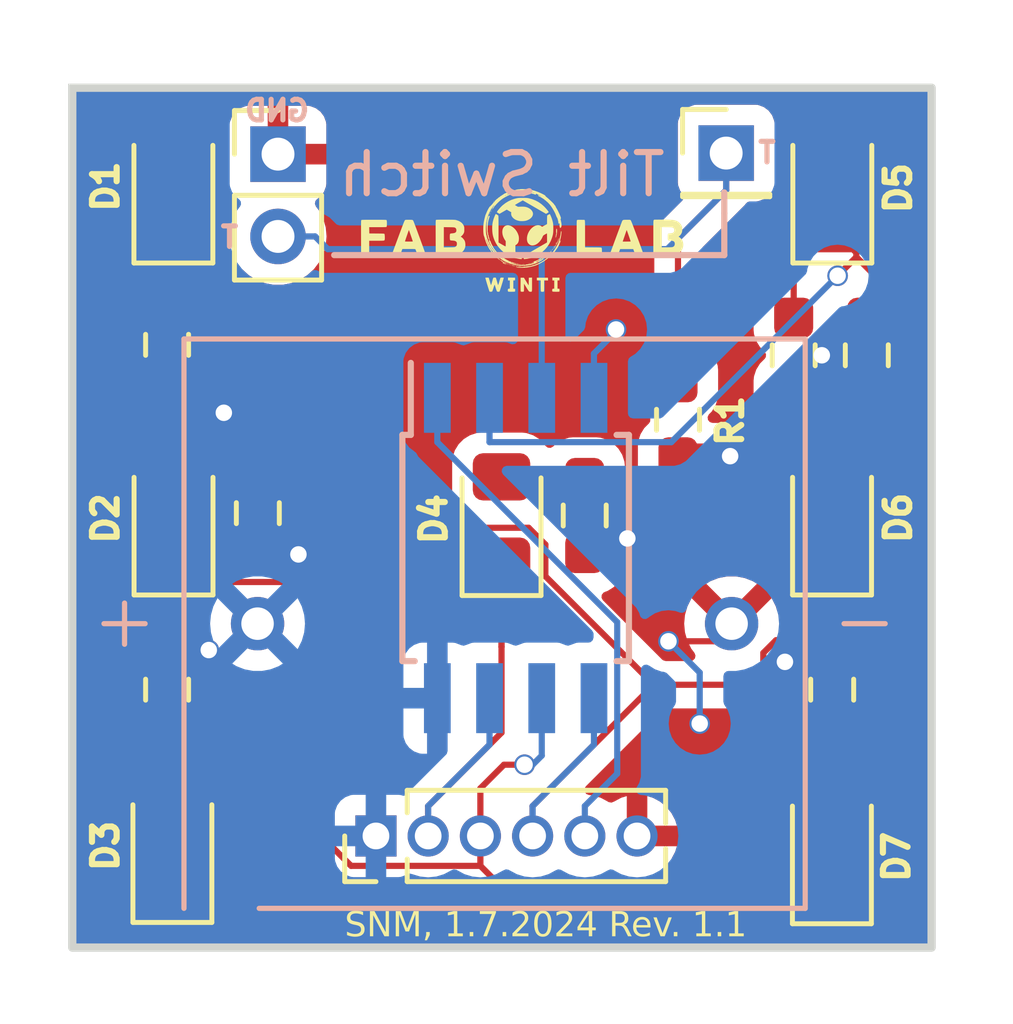
<source format=kicad_pcb>
(kicad_pcb (version 20240108) (generator "pcbnew") (generator_version "8.0")
  (title_block (title "Elektronischer Würfel ") (date "2024-07-01") (rev "SNM V1.1") (company "FabLab Winti") (comment 1 "Based on work of ZHAW School of Engineering"))
  (layers (0 "F.Cu" signal) (31 "B.Cu" signal) (34 "B.Paste" user) (35 "F.Paste" user) (36 "B.SilkS" user "B.Silkscreen") (37 "F.SilkS" user "F.Silkscreen") (38 "B.Mask" user) (39 "F.Mask" user) (44 "Edge.Cuts" user))
  (net 0 "")
  (net 1 "GND")
  (net 2 "VCC")
  (net 3 "/Tilt")
  (net 4 "/Reset")
  (net 5 "/B")
  (net 6 "/C")
  (net 7 "/A")
  (net 8 "/D")
  (net 9 "Net-(D1-A)")
  (net 10 "Net-(D2-A)")
  (net 11 "Net-(D3-A)")
  (net 12 "Net-(D4-A)")
  (net 13 "Net-(D5-A)")
  (net 14 "Net-(D6-A)")
  (net 15 "Net-(D7-A)")
  (footprint "Connector_PinHeader_2.00mm:PinHeader_1x02_P2.00mm_Vertical" (layer "F.Cu") (at 165.0038 61.659)
    (property "Reference" "J1" (hide yes))
    (property "Value" "Conn_01x02_Socket" (hide yes))
    (pad "1" thru_hole rect (at 0 0) (size 1.35 1.35) (drill 0.8) (layers "*.Cu" "*.Mask") (net 1 "GND"))
    (pad "2" thru_hole oval (at 0 2) (size 1.35 1.35) (drill 0.8) (layers "*.Cu" "*.Mask") (net 3 "/Tilt"))
  )
  (footprint "Resistor_SMD:R_0603_1608Metric_Pad0.98x0.95mm_HandSolder" (layer "F.Cu") (at 177.546 66.548 90)
    (property "Reference" "R6" (hide yes))
    (property "Value" "560R" (hide yes))
    (pad "1" smd roundrect (at -0.9125 0 90) (size 0.975 0.95) (layers "F.Cu" "F.Paste" "F.Mask") (net 2 "VCC"))
    (pad "2" smd roundrect (at 0.9125 0 90) (size 0.975 0.95) (layers "F.Cu" "F.Paste" "F.Mask") (net 13 "Net-(D5-A)"))
  )
  (footprint "LED_SMD:LED_0805_2012Metric_Pad1.15x1.40mm_HandSolder" (layer "F.Cu") (at 162.4624 70.5144 90)
    (property "Reference" "D2" (at 0 -1.653342 90) (layer "F.SilkS") (effects (font (size 0.6 0.6))))
    (property "Value" "LED" (hide yes))
    (pad "1" smd roundrect (at -1.025 0 90) (size 1.15 1.4) (layers "F.Cu" "F.Paste" "F.Mask") (roundrect_rratio 0.217391) (net 6 "/C"))
    (pad "2" smd roundrect (at 1.025 0 90) (size 1.15 1.4) (layers "F.Cu" "F.Paste" "F.Mask") (roundrect_rratio 0.217391) (net 10 "Net-(D2-A)"))
  )
  (footprint "Connector_PinHeader_2.00mm:PinHeader_1x01_P2.00mm_Vertical" (layer "F.Cu") (at 175.9037 61.6332)
    (property "Reference" "J2" (hide yes))
    (property "Value" "Conn_01x01_Socket" (hide yes))
    (pad "1" thru_hole rect (at 0 0) (size 1.35 1.35) (drill 0.8) (layers "*.Cu" "*.Mask") (net 3 "/Tilt"))
  )
  (footprint "LED_SMD:LED_0805_2012Metric_Pad1.15x1.40mm_HandSolder" (layer "F.Cu") (at 178.4788 70.5144 90)
    (property "Reference" "D6" (at 0.012518 1.607187 90) (layer "F.SilkS") (effects (font (size 0.6 0.6))))
    (property "Value" "LED" (hide yes))
    (pad "1" smd roundrect (at -1.025 0 90) (size 1.15 1.4) (layers "F.Cu" "F.Paste" "F.Mask") (roundrect_rratio 0.217391) (net 6 "/C"))
    (pad "2" smd roundrect (at 1.025 0 90) (size 1.15 1.4) (layers "F.Cu" "F.Paste" "F.Mask") (roundrect_rratio 0.217391) (net 14 "Net-(D6-A)"))
  )
  (footprint "LED_SMD:LED_0805_2012Metric_Pad1.15x1.40mm_HandSolder" (layer "F.Cu") (at 162.4347 78.4738 90)
    (property "Reference" "D3" (at 0 -1.625608 90) (layer "F.SilkS") (effects (font (size 0.6 0.6))))
    (property "Value" "LED" (hide yes))
    (pad "1" smd roundrect (at -1.025 0 90) (size 1.15 1.4) (layers "F.Cu" "F.Paste" "F.Mask") (roundrect_rratio 0.217391) (net 5 "/B"))
    (pad "2" smd roundrect (at 1.025 0 90) (size 1.15 1.4) (layers "F.Cu" "F.Paste" "F.Mask") (roundrect_rratio 0.217391) (net 11 "Net-(D3-A)"))
  )
  (footprint "LOGO" (layer "F.Cu") (at 170.942 63.754)
    (property "Reference" "G***" (hide yes))
    (property "Value" "LOGO" (hide yes))
  )
  (footprint "LED_SMD:LED_0805_2012Metric_Pad1.15x1.40mm_HandSolder" (layer "F.Cu") (at 178.4754 78.5057 90)
    (property "Reference" "D7" (at -0.233 1.570582 90) (layer "F.SilkS") (effects (font (size 0.6 0.6))))
    (property "Value" "LED" (hide yes))
    (pad "1" smd roundrect (at -1.025 0 90) (size 1.15 1.4) (layers "F.Cu" "F.Paste" "F.Mask") (roundrect_rratio 0.217391) (net 7 "/A"))
    (pad "2" smd roundrect (at 1.025 0 90) (size 1.15 1.4) (layers "F.Cu" "F.Paste" "F.Mask") (roundrect_rratio 0.217391) (net 15 "Net-(D7-A)"))
  )
  (footprint "Resistor_SMD:R_0603_1608Metric_Pad0.98x0.95mm_HandSolder" (layer "F.Cu") (at 162.306 74.676 -90)
    (property "Reference" "R4" (hide yes))
    (property "Value" "560R" (hide yes))
    (pad "1" smd roundrect (at -0.9125 0 270) (size 0.975 0.95) (layers "F.Cu" "F.Paste" "F.Mask") (net 2 "VCC"))
    (pad "2" smd roundrect (at 0.9125 0 270) (size 0.975 0.95) (layers "F.Cu" "F.Paste" "F.Mask") (net 11 "Net-(D3-A)"))
  )
  (footprint "Resistor_SMD:R_0603_1608Metric_Pad0.98x0.95mm_HandSolder" (layer "F.Cu") (at 179.324 66.548 -90)
    (property "Reference" "R7" (hide yes))
    (property "Value" "560R" (hide yes))
    (pad "1" smd roundrect (at -0.9125 0 270) (size 0.975 0.95) (layers "F.Cu" "F.Paste" "F.Mask") (net 2 "VCC"))
    (pad "2" smd roundrect (at 0.9125 0 270) (size 0.975 0.95) (layers "F.Cu" "F.Paste" "F.Mask") (net 14 "Net-(D6-A)"))
  )
  (footprint "Resistor_SMD:R_0603_1608Metric_Pad0.98x0.95mm_HandSolder" (layer "F.Cu") (at 174.7324 68.1164 90)
    (property "Reference" "R1" (at -0.024629 1.267482 90) (layer "F.SilkS") (effects (font (size 0.6 0.6))))
    (property "Value" "680k" (hide yes))
    (pad "1" smd roundrect (at -0.9125 0 90) (size 0.975 0.95) (layers "F.Cu" "F.Paste" "F.Mask") (net 2 "VCC"))
    (pad "2" smd roundrect (at 0.9125 0 90) (size 0.975 0.95) (layers "F.Cu" "F.Paste" "F.Mask") (net 3 "/Tilt"))
  )
  (footprint "Resistor_SMD:R_0603_1608Metric_Pad0.98x0.95mm_HandSolder" (layer "F.Cu") (at 162.306 66.294 90)
    (property "Reference" "R2" (hide yes))
    (property "Value" "560R" (hide yes))
    (pad "1" smd roundrect (at -0.9125 0 90) (size 0.975 0.95) (layers "F.Cu" "F.Paste" "F.Mask") (net 2 "VCC"))
    (pad "2" smd roundrect (at 0.9125 0 90) (size 0.975 0.95) (layers "F.Cu" "F.Paste" "F.Mask") (net 9 "Net-(D1-A)"))
  )
  (footprint "Resistor_SMD:R_0603_1608Metric_Pad0.98x0.95mm_HandSolder" (layer "F.Cu") (at 164.513 70.3854 90)
    (property "Reference" "R3" (hide yes))
    (property "Value" "560R" (hide yes))
    (pad "1" smd roundrect (at -0.9125 0 90) (size 0.975 0.95) (layers "F.Cu" "F.Paste" "F.Mask") (net 2 "VCC"))
    (pad "2" smd roundrect (at 0.9125 0 90) (size 0.975 0.95) (layers "F.Cu" "F.Paste" "F.Mask") (net 10 "Net-(D2-A)"))
  )
  (footprint "LED_SMD:LED_0805_2012Metric_Pad1.15x1.40mm_HandSolder" (layer "F.Cu") (at 178.4855 62.4452 90)
    (property "Reference" "D5" (at -0.038824 1.600529 90) (layer "F.SilkS") (effects (font (size 0.6 0.6))))
    (property "Value" "LED" (hide yes))
    (pad "1" smd roundrect (at -1.025 0 90) (size 1.15 1.4) (layers "F.Cu" "F.Paste" "F.Mask") (roundrect_rratio 0.217391) (net 5 "/B"))
    (pad "2" smd roundrect (at 1.025 0 90) (size 1.15 1.4) (layers "F.Cu" "F.Paste" "F.Mask") (roundrect_rratio 0.217391) (net 13 "Net-(D5-A)"))
  )
  (footprint "Connector_PinHeader_1.27mm:PinHeader_1x06_P1.27mm_Vertical" (layer "F.Cu") (at 167.386 78.232 90)
    (property "Reference" "J3" (hide yes))
    (property "Value" "Conn_01x06_Socket" (hide yes))
    (pad "1" thru_hole rect (at 0 0 90) (size 1 1) (drill 0.65) (layers "*.Cu" "*.Mask") (net 2 "VCC"))
    (pad "2" thru_hole oval (at 0 1.27 90) (size 1 1) (drill 0.65) (layers "*.Cu" "*.Mask") (net 8 "/D"))
    (pad "3" thru_hole oval (at 0 2.54 90) (size 1 1) (drill 0.65) (layers "*.Cu" "*.Mask") (net 7 "/A"))
    (pad "4" thru_hole oval (at 0 3.81 90) (size 1 1) (drill 0.65) (layers "*.Cu" "*.Mask") (net 6 "/C"))
    (pad "5" thru_hole oval (at 0 5.08 90) (size 1 1) (drill 0.65) (layers "*.Cu" "*.Mask") (net 4 "/Reset"))
    (pad "6" thru_hole oval (at 0 6.35 90) (size 1 1) (drill 0.65) (layers "*.Cu" "*.Mask") (net 1 "GND"))
  )
  (footprint "LED_SMD:LED_0805_2012Metric_Pad1.15x1.40mm_HandSolder" (layer "F.Cu") (at 162.4591 62.4452 90)
    (property "Reference" "D1" (at 0 -1.65 90) (layer "F.SilkS") (effects (font (size 0.6 0.6))))
    (property "Value" "LED" (hide yes))
    (pad "1" smd roundrect (at -1.025 0 90) (size 1.15 1.4) (layers "F.Cu" "F.Paste" "F.Mask") (roundrect_rratio 0.217391) (net 7 "/A"))
    (pad "2" smd roundrect (at 1.025 0 90) (size 1.15 1.4) (layers "F.Cu" "F.Paste" "F.Mask") (roundrect_rratio 0.217391) (net 9 "Net-(D1-A)"))
  )
  (footprint "Resistor_SMD:R_0603_1608Metric_Pad0.98x0.95mm_HandSolder" (layer "F.Cu") (at 178.4823 74.676 -90)
    (property "Reference" "R8" (hide yes))
    (property "Value" "560R" (hide yes))
    (pad "1" smd roundrect (at -0.9125 0 270) (size 0.975 0.95) (layers "F.Cu" "F.Paste" "F.Mask") (net 2 "VCC"))
    (pad "2" smd roundrect (at 0.9125 0 270) (size 0.975 0.95) (layers "F.Cu" "F.Paste" "F.Mask") (net 15 "Net-(D7-A)"))
  )
  (footprint "Resistor_SMD:R_0603_1608Metric_Pad0.98x0.95mm_HandSolder" (layer "F.Cu") (at 172.4635 70.4424 90)
    (property "Reference" "R5" (hide yes))
    (property "Value" "560R" (hide yes))
    (pad "1" smd roundrect (at -0.9125 0 90) (size 0.975 0.95) (layers "F.Cu" "F.Paste" "F.Mask") (net 2 "VCC"))
    (pad "2" smd roundrect (at 0.9125 0 90) (size 0.975 0.95) (layers "F.Cu" "F.Paste" "F.Mask") (net 12 "Net-(D4-A)"))
  )
  (footprint "LED_SMD:LED_0805_2012Metric_Pad1.15x1.40mm_HandSolder" (layer "F.Cu") (at 170.4403 70.5279 90)
    (property "Reference" "D4" (at 0 -1.65 90) (layer "F.SilkS") (effects (font (size 0.6 0.6))))
    (property "Value" "LED" (hide yes))
    (pad "1" smd roundrect (at -1.025 0 90) (size 1.15 1.4) (layers "F.Cu" "F.Paste" "F.Mask") (roundrect_rratio 0.217391) (net 8 "/D"))
    (pad "2" smd roundrect (at 1.025 0 90) (size 1.15 1.4) (layers "F.Cu" "F.Paste" "F.Mask") (roundrect_rratio 0.217391) (net 12 "Net-(D4-A)"))
  )
  (footprint "Private:BAT_BC1_3N" (layer "B.Cu") (at 170.2714 73.0715)
    (property "Reference" "BT1" (hide yes))
    (property "Value" "BC1_3N" (hide yes))
    (pad "+" thru_hole circle (at -5.765 0) (size 1.298 1.298) (drill 0.79) (layers "*.Cu" "*.Mask") (net 2 "VCC"))
    (pad "-" thru_hole circle (at 5.765 0) (size 1.298 1.298) (drill 0.79) (layers "*.Cu" "*.Mask") (net 1 "GND"))
  )
  (footprint "Package_SO:SOIC-8W_5.3x5.3mm_P1.27mm" (layer "B.Cu") (at 170.7835 71.2328 -90)
    (property "Reference" "U1" (hide yes))
    (property "Value" "ATtiny85-20S" (hide yes))
    (pad "1" smd rect (at -3.65 1.905 270) (size 1.7 0.65) (layers "B.Cu" "B.Paste" "B.Mask") (net 4 "/Reset"))
    (pad "2" smd rect (at -3.65 0.635 270) (size 1.7 0.65) (layers "B.Cu" "B.Paste" "B.Mask") (net 5 "/B"))
    (pad "3" smd rect (at -3.65 -0.635 270) (size 1.7 0.65) (layers "B.Cu" "B.Paste" "B.Mask") (net 3 "/Tilt"))
    (pad "4" smd rect (at -3.65 -1.905 270) (size 1.7 0.65) (layers "B.Cu" "B.Paste" "B.Mask") (net 1 "GND"))
    (pad "5" smd rect (at 3.65 -1.905 270) (size 1.7 0.65) (layers "B.Cu" "B.Paste" "B.Mask") (net 6 "/C"))
    (pad "6" smd rect (at 3.65 -0.635 270) (size 1.7 0.65) (layers "B.Cu" "B.Paste" "B.Mask") (net 7 "/A"))
    (pad "7" smd rect (at 3.65 0.635 270) (size 1.7 0.65) (layers "B.Cu" "B.Paste" "B.Mask") (net 8 "/D"))
    (pad "8" smd rect (at 3.65 1.905 270) (size 1.7 0.65) (layers "B.Cu" "B.Paste" "B.Mask") (net 2 "VCC"))
  )
  (gr_line (start 175.85798 63.097182) (end 175.85798 62.589182) (stroke (width 0.15)) (layer "B.SilkS"))
  (gr_line (start 175.85798 64.113182) (end 175.85798 63.097182) (stroke (width 0.15)) (layer "B.SilkS"))
  (gr_line (start 166.37 64.113182) (end 175.85798 64.113182) (stroke (width 0.15)) (layer "B.SilkS"))
  (gr_rect (start 160 60.0448) (end 180.9 80.9448) (stroke (width 0.2)) (fill none) (layer "Edge.Cuts"))
  (gr_text "T" (at 177.168883 61.91478 0) (layer "B.SilkS") (effects (font (size 0.5 0.5) (thickness 0.125)) (justify left bottom mirror)))
  (gr_text "GND" (at 165.824004 60.893508 0) (layer "B.SilkS") (effects (font (size 0.5 0.5) (thickness 0.125)) (justify left bottom mirror)))
  (gr_text "T" (at 164.095966 63.970004 0) (layer "B.SilkS") (effects (font (size 0.5 0.5) (thickness 0.125)) (justify left bottom mirror)))
  (gr_text "Tilt Switch" (at 174.498 62.738 0) (layer "B.SilkS") (effects (font (size 1 1)) (justify left bottom mirror)))
  (gr_text "SNM, 1.7.2024 Rev. 1.1" (at 166.624 80.772 0) (layer "F.SilkS") (effects (font (size 0.6 0.6) (thickness 0.125)) (justify left bottom)))
  (segment (start 175.6075 73.5) (end 176.036 73.0715) (width 0.15) (layer "F.Cu") (net 1))
  (segment (start 174.5 73.5) (end 175.6075 73.5) (width 0.15) (layer "F.Cu") (net 1))
  (via (at 174.5 73.5) (size 0.5) (drill 0.4) (layers "F.Cu" "B.Cu") (net 1))
  (via (at 173.225 65.921) (size 0.5) (drill 0.4) (layers "F.Cu" "B.Cu") (net 1))
  (via (at 175.26 75.5) (size 0.5) (drill 0.4) (layers "F.Cu" "B.Cu") (net 1))
  (segment (start 172.6885 67.0449) (end 172.6885 67.5828) (width 0.15) (layer "B.Cu") (net 1))
  (segment (start 173.225 65.9694) (end 173.225 65.921) (width 0.15) (layer "B.Cu") (net 1))
  (segment (start 172.688 66.5061) (end 173.225 65.9694) (width 0.15) (layer "B.Cu") (net 1))
  (segment (start 174.5 73.5) (end 175.26 74.26) (width 0.15) (layer "B.Cu") (net 1))
  (segment (start 172.688 67.0444) (end 172.6885 67.0449) (width 0.15) (layer "B.Cu") (net 1))
  (segment (start 172.688 67.5828) (end 172.688 67.0444) (width 0.15) (layer "B.Cu") (net 1))
  (segment (start 172.688 67.0444) (end 172.688 66.5061) (width 0.15) (layer "B.Cu") (net 1))
  (segment (start 175.26 74.26) (end 175.26 75.5) (width 0.15) (layer "B.Cu") (net 1))
  (segment (start 174.7324 69.0287) (end 174.7324 69.0289) (width 0.15) (layer "F.Cu") (net 2))
  (segment (start 163.045 67.9456) (end 162.306 67.2065) (width 0.15) (layer "F.Cu") (net 2))
  (segment (start 165.4092 71.2979) (end 164.513 71.2979) (width 0.15) (layer "F.Cu") (net 2))
  (segment (start 163.32 73.713) (end 162.356 73.713) (width 0.15) (layer "F.Cu") (net 2))
  (segment (start 174.993 68.7681) (end 174.7324 69.0287) (width 0.15) (layer "F.Cu") (net 2))
  (segment (start 173.5 71) (end 172.4888 71) (width 0.15) (layer "F.Cu") (net 2))
  (segment (start 172.464 71.0248) (end 172.4635 71.0253) (width 0.15) (layer "F.Cu") (net 2))
  (segment (start 177.333 74) (end 178.2455 74) (width 0.15) (layer "F.Cu") (net 2))
  (segment (start 177.546 67.232) (end 178.23 66.548) (width 0.15) (layer "F.Cu") (net 2))
  (segment (start 177.546 67.4605) (end 177.546 67.232) (width 0.15) (layer "F.Cu") (net 2))
  (segment (start 162.356 73.713) (end 162.306 73.7635) (width 0.15) (layer "F.Cu") (net 2))
  (segment (start 178.2455 74) (end 178.482 73.7635) (width 0.15) (layer "F.Cu") (net 2))
  (segment (start 172.464 71.0248) (end 172.464 71.3549) (width 0.15) (layer "F.Cu") (net 2))
  (segment (start 178.23 66.548) (end 178.412 66.548) (width 0.15) (layer "F.Cu") (net 2))
  (segment (start 172.4635 71.0253) (end 172.4635 71.3549) (width 0.15) (layer "F.Cu") (net 2))
  (segment (start 172.4888 71) (end 172.464 71.0248) (width 0.15) (layer "F.Cu") (net 2))
  (segment (start 163.686 67.9456) (end 163.045 67.9456) (width 0.15) (layer "F.Cu") (net 2))
  (segment (start 175.7681 68.7681) (end 174.993 68.7681) (width 0.15) (layer "F.Cu") (net 2))
  (segment (start 178.412 66.548) (end 179.324 65.6355) (width 0.15) (layer "F.Cu") (net 2))
  (segment (start 174.993 68.7681) (end 174.732 69.0289) (width 0.15) (layer "F.Cu") (net 2))
  (segment (start 165.5 71.3887) (end 165.4092 71.2979) (width 0.15) (layer "F.Cu") (net 2))
  (segment (start 176 69) (end 175.7681 68.7681) (width 0.15) (layer "F.Cu") (net 2))
  (via (at 173.5 71) (size 0.5) (drill 0.4) (layers "F.Cu" "B.Cu") (net 2))
  (via (at 163.686 67.9456) (size 0.5) (drill 0.4) (layers "F.Cu" "B.Cu") (net 2))
  (via (at 165.5 71.3887) (size 0.5) (drill 0.4) (layers "F.Cu" "B.Cu") (net 2))
  (via (at 176 69) (size 0.5) (drill 0.4) (layers "F.Cu" "B.Cu") (net 2))
  (via (at 177.333 74) (size 0.5) (drill 0.4) (layers "F.Cu" "B.Cu") (net 2))
  (via (at 163.32 73.713) (size 0.5) (drill 0.4) (layers "F.Cu" "B.Cu") (net 2))
  (via (at 178.23 66.548) (size 0.5) (drill 0.4) (layers "F.Cu" "B.Cu") (net 2))
  (segment (start 174.7324 67.2039) (end 174.732 67.2039) (width 0.15) (layer "F.Cu") (net 3))
  (segment (start 174.732 63.7062) (end 174.732 67.2039) (width 0.15) (layer "F.Cu") (net 3))
  (segment (start 175.9037 61.6332) (end 175.904 61.6332) (width 0.15) (layer "F.Cu") (net 3))
  (segment (start 175.904 62.5349) (end 174.732 63.7062) (width 0.15) (layer "F.Cu") (net 3))
  (segment (start 175.904 61.6332) (end 175.904 62.5349) (width 0.15) (layer "F.Cu") (net 3))
  (segment (start 175.904 62.084) (end 175.9037 62.0837) (width 0.15) (layer "B.Cu") (net 3))
  (segment (start 165.004 63.659) (end 165.0038 63.659) (width 0.15) (layer "B.Cu") (net 3))
  (segment (start 166.214 63.968) (end 165.906 63.659) (width 0.15) (layer "B.Cu") (net 3))
  (segment (start 171.418 63.968) (end 166.214 63.968) (width 0.15) (layer "B.Cu") (net 3))
  (segment (start 175.904 62.5349) (end 174.471 63.968) (width 0.15) (layer "B.Cu") (net 3))
  (segment (start 174.471 63.968) (end 171.418 63.968) (width 0.15) (layer "B.Cu") (net 3))
  (segment (start 171.4185 67.5828) (end 171.418 67.5828) (width 0.15) (layer "B.Cu") (net 3))
  (segment (start 165.906 63.659) (end 165.004 63.659) (width 0.15) (layer "B.Cu") (net 3))
  (segment (start 175.9037 62.0837) (end 175.9037 61.6332) (width 0.15) (layer "B.Cu") (net 3))
  (segment (start 175.904 61.6332) (end 175.904 62.084) (width 0.15) (layer "B.Cu") (net 3))
  (segment (start 171.418 67.5828) (end 171.418 63.968) (width 0.15) (layer "B.Cu") (net 3))
  (segment (start 175.904 62.084) (end 175.904 62.5349) (width 0.15) (layer "B.Cu") (net 3))
  (segment (start 173.254 76.7172) (end 173.254 73.0351) (width 0.15) (layer "B.Cu") (net 4))
  (segment (start 173.254 73.0351) (end 168.878 68.6595) (width 0.15) (layer "B.Cu") (net 4))
  (segment (start 168.878 68.1211) (end 168.8785 68.1206) (width 0.15) (layer "B.Cu") (net 4))
  (segment (start 172.466 77.5053) (end 173.254 76.7172) (width 0.15) (layer "B.Cu") (net 4))
  (segment (start 168.878 68.1211) (end 168.878 67.5828) (width 0.15) (layer "B.Cu") (net 4))
  (segment (start 172.466 78.232) (end 172.466 77.5053) (width 0.15) (layer "B.Cu") (net 4))
  (segment (start 168.878 68.6595) (end 168.878 68.1211) (width 0.15) (layer "B.Cu") (net 4))
  (segment (start 168.8785 68.1206) (end 168.8785 67.5828) (width 0.15) (layer "B.Cu") (net 4))
  (segment (start 162.863 79.927) (end 162.435 79.4988) (width 0.15) (layer "F.Cu") (net 5))
  (segment (start 162.8629 79.927) (end 162.4347 79.4988) (width 0.15) (layer "F.Cu") (net 5))
  (segment (start 179.07 64.1591) (end 180.033 65.1221) (width 0.15) (layer "F.Cu") (net 5))
  (segment (start 162.863 79.927) (end 162.8629 79.927) (width 0.15) (layer "F.Cu") (net 5))
  (segment (start 180.033 79.4568) (end 179.134 80.3552) (width 0.15) (layer "F.Cu") (net 5))
  (segment (start 180.033 65.1221) (end 180.033 79.4568) (width 0.15) (layer "F.Cu") (net 5))
  (segment (start 163.291 80.3552) (end 162.863 79.927) (width 0.15) (layer "F.Cu") (net 5))
  (segment (start 179.07 64.0547) (end 178.486 63.4702) (width 0.15) (layer "F.Cu") (net 5))
  (segment (start 179.07 64.1591) (end 179.07 64.0547) (width 0.15) (layer "F.Cu") (net 5))
  (segment (start 178.61455 64.61455) (end 179.07 64.1591) (width 0.15) (layer "F.Cu") (net 5))
  (segment (start 178.4855 63.4702) (end 178.486 63.4702) (width 0.15) (layer "F.Cu") (net 5))
  (segment (start 179.134 80.3552) (end 163.291 80.3552) (width 0.15) (layer "F.Cu") (net 5))
  (via (at 178.61455 64.61455) (size 0.5) (drill 0.4) (layers "F.Cu" "B.Cu") (net 5))
  (segment (start 178.61455 64.61455) (end 178.61455 64.61495) (width 0.15) (layer "B.Cu") (net 5))
  (segment (start 174.57 68.6595) (end 170.148 68.6595) (width 0.15) (layer "B.Cu") (net 5))
  (segment (start 178.61455 64.61495) (end 174.57 68.6595) (width 0.15) (layer "B.Cu") (net 5))
  (segment (start 170.148 68.6595) (end 170.148 67.5828) (width 0.15) (layer "B.Cu") (net 5))
  (segment (start 170.148 67.5828) (end 170.1485 67.5828) (width 0.15) (layer "B.Cu") (net 5))
  (segment (start 178.4788 71.7284) (end 178.4788 71.5394) (width 0.15) (layer "F.Cu") (net 6))
  (segment (start 162.982 72.0591) (end 166.104 72.0591) (width 0.15) (layer "F.Cu") (net 6))
  (segment (start 177.473429 73.475) (end 178.479 72.469429) (width 0.15) (layer "F.Cu") (net 6))
  (segment (start 171.099 70.7406) (end 171.506 71.1469) (width 0.15) (layer "F.Cu") (net 6))
  (segment (start 174.144 74.5569) (end 176.391529 74.5569) (width 0.15) (layer "F.Cu") (net 6))
  (segment (start 167.422 70.7406) (end 171.099 70.7406) (width 0.15) (layer "F.Cu") (net 6))
  (segment (start 176.391529 74.5569) (end 176.808 74.140429) (width 0.15) (layer "F.Cu") (net 6))
  (segment (start 162.462 71.5394) (end 162.4622 71.5396) (width 0.15) (layer "F.Cu") (net 6))
  (segment (start 171.506 71.9179) (end 174.144 74.5568) (width 0.15) (layer "F.Cu") (net 6))
  (segment (start 176.808 73.782537) (end 177.115537 73.475) (width 0.15) (layer "F.Cu") (net 6))
  (segment (start 162.4624 71.5394) (end 162.4622 71.5396) (width 0.15) (layer "F.Cu") (net 6))
  (segment (start 178.479 71.7286) (end 178.479 71.5394) (width 0.15) (layer "F.Cu") (net 6))
  (segment (start 178.479 72.469429) (end 178.479 71.7286) (width 0.15) (layer "F.Cu") (net 6))
  (segment (start 176.808 74.140429) (end 176.808 73.782537) (width 0.15) (layer "F.Cu") (net 6))
  (segment (start 171.506 71.1469) (end 171.506 71.9179) (width 0.15) (layer "F.Cu") (net 6))
  (segment (start 171.196 78.232) (end 171.196 77.5053) (width 0.15) (layer "F.Cu") (net 6))
  (segment (start 162.4622 71.5396) (end 162.982 72.0591) (width 0.15) (layer "F.Cu") (net 6))
  (segment (start 166.104 72.0591) (end 167.422 70.7406) (width 0.15) (layer "F.Cu") (net 6))
  (segment (start 178.479 71.7286) (end 178.4788 71.7284) (width 0.15) (layer "F.Cu") (net 6))
  (segment (start 171.196 77.5053) (end 174.144 74.5568) (width 0.15) (layer "F.Cu") (net 6))
  (segment (start 174.144 74.5568) (end 174.144 74.5569) (width 0.15) (layer "F.Cu") (net 6))
  (segment (start 177.115537 73.475) (end 177.473429 73.475) (width 0.15) (layer "F.Cu") (net 6))
  (segment (start 172.688 74.8828) (end 172.688 76.0128) (width 0.15) (layer "B.Cu") (net 6))
  (segment (start 172.688 76.0128) (end 171.196 77.5053) (width 0.15) (layer "B.Cu") (net 6))
  (segment (start 171.196 77.5053) (end 171.196 78.232) (width 0.15) (layer "B.Cu") (net 6))
  (segment (start 172.6885 74.8828) (end 172.688 74.8828) (width 0.15) (layer "B.Cu") (net 6))
  (segment (start 170.5 76.5) (end 171 76.5) (width 0.15) (layer "F.Cu") (net 7))
  (segment (start 170.498 79.5307) (end 169.926 78.9587) (width 0.15) (layer "F.Cu") (net 7))
  (segment (start 169.926 77.074) (end 170.5 76.5) (width 0.15) (layer "F.Cu") (net 7))
  (segment (start 169.926 78.232) (end 169.926 78.9587) (width 0.15) (layer "F.Cu") (net 7))
  (segment (start 165.604 77.7031) (end 165.604 77.7815) (width 0.15) (layer "F.Cu") (net 7))
  (segment (start 178.4754 79.5307) (end 178.475 79.5307) (width 0.15) (layer "F.Cu") (net 7))
  (segment (start 178.475 79.5307) (end 170.498 79.5307) (width 0.15) (layer "F.Cu") (net 7))
  (segment (start 162.598 74.6977) (end 165.604 77.7031) (width 0.15) (layer "F.Cu") (net 7))
  (segment (start 169.926 78.232) (end 169.926 77.074) (width 0.15) (layer "F.Cu") (net 7))
  (segment (start 161.533 74.1388) (end 162.092 74.6977) (width 0.15) (layer "F.Cu") (net 7))
  (segment (start 162.092 74.6977) (end 162.598 74.6977) (width 0.15) (layer "F.Cu") (net 7))
  (segment (start 165.604 77.7815) (end 166.781 78.9587) (width 0.15) (layer "F.Cu") (net 7))
  (segment (start 162.4591 63.4702) (end 162.459 63.4702) (width 0.15) (layer "F.Cu") (net 7))
  (segment (start 161.533 64.3963) (end 161.533 74.1388) (width 0.15) (layer "F.Cu") (net 7))
  (segment (start 166.781 78.9587) (end 169.926 78.9587) (width 0.15) (layer "F.Cu") (net 7))
  (segment (start 162.459 63.4702) (end 161.533 64.3963) (width 0.15) (layer "F.Cu") (net 7))
  (via (at 171 76.5) (size 0.5) (drill 0.4) (layers "F.Cu" "B.Cu") (net 7))
  (segment (start 171 76.5) (end 171.19773 76.5) (width 0.15) (layer "B.Cu") (net 7))
  (segment (start 171.19773 76.5) (end 171.4185 76.27923) (width 0.15) (layer "B.Cu") (net 7))
  (segment (start 171.4185 76.27923) (end 171.4185 74.8828) (width 0.15) (layer "B.Cu") (net 7))
  (segment (start 168.656 77.5053) (end 170.44 75.721) (width 0.15) (layer "F.Cu") (net 8))
  (segment (start 168.656 78.232) (end 168.656 77.5053) (width 0.15) (layer "F.Cu") (net 8))
  (segment (start 170.44 73.6369) (end 170.4403 73.6366) (width 0.15) (layer "F.Cu") (net 8))
  (segment (start 170.44 75.721) (end 170.44 73.6369) (width 0.15) (layer "F.Cu") (net 8))
  (segment (start 170.4403 73.6366) (end 170.4403 71.5529) (width 0.15) (layer "F.Cu") (net 8))
  (segment (start 170.44 73.6369) (end 170.44 71.5529) (width 0.15) (layer "F.Cu") (net 8))
  (segment (start 168.656 78.232) (end 168.656 77.5053) (width 0.15) (layer "B.Cu") (net 8))
  (segment (start 170.1485 74.8828) (end 170.148 74.8828) (width 0.15) (layer "B.Cu") (net 8))
  (segment (start 170.148 76.0128) (end 170.148 74.8828) (width 0.15) (layer "B.Cu") (net 8))
  (segment (start 168.656 77.5053) (end 170.148 76.0128) (width 0.15) (layer "B.Cu") (net 8))
  (segment (start 162.9274 61.8885) (end 162.4591 61.4202) (width 0.15) (layer "F.Cu") (net 9))
  (segment (start 163.396 62.3568) (end 162.9275 61.8885) (width 0.15) (layer "F.Cu") (net 9))
  (segment (start 163.396 64.2918) (end 163.396 62.3568) (width 0.15) (layer "F.Cu") (net 9))
  (segment (start 162.9275 61.8885) (end 162.459 61.4202) (width 0.15) (layer "F.Cu") (net 9))
  (segment (start 162.9275 61.8885) (end 162.9274 61.8885) (width 0.15) (layer "F.Cu") (net 9))
  (segment (start 162.306 65.3815) (end 163.396 64.2918) (width 0.15) (layer "F.Cu") (net 9))
  (segment (start 162.479 69.4729) (end 162.4622 69.4892) (width 0.15) (layer "F.Cu") (net 10))
  (segment (start 162.4622 69.4892) (end 162.462 69.4894) (width 0.15) (layer "F.Cu") (net 10))
  (segment (start 162.4624 69.4894) (end 162.4622 69.4892) (width 0.15) (layer "F.Cu") (net 10))
  (segment (start 164.513 69.4729) (end 162.479 69.4729) (width 0.15) (layer "F.Cu") (net 10))
  (segment (start 162.435 76.583) (end 162.435 77.4488) (width 0.15) (layer "F.Cu") (net 11))
  (segment (start 162.435 75.7172) (end 162.435 76.583) (width 0.15) (layer "F.Cu") (net 11))
  (segment (start 162.4347 76.5833) (end 162.4347 77.4488) (width 0.15) (layer "F.Cu") (net 11))
  (segment (start 162.306 75.5885) (end 162.435 75.7172) (width 0.15) (layer "F.Cu") (net 11))
  (segment (start 162.435 76.583) (end 162.4347 76.5833) (width 0.15) (layer "F.Cu") (net 11))
  (segment (start 170.4403 69.5032) (end 170.44 69.5029) (width 0.15) (layer "F.Cu") (net 12))
  (segment (start 172.464 69.5299) (end 172.4635 69.5299) (width 0.15) (layer "F.Cu") (net 12))
  (segment (start 170.4403 69.5032) (end 170.4403 69.5029) (width 0.15) (layer "F.Cu") (net 12))
  (segment (start 170.467 69.5299) (end 170.4403 69.5032) (width 0.15) (layer "F.Cu") (net 12))
  (segment (start 172.4635 69.5299) (end 170.467 69.5299) (width 0.15) (layer "F.Cu") (net 12))
  (segment (start 178.486 61.4202) (end 178.4857 61.4204) (width 0.15) (layer "F.Cu") (net 13))
  (segment (start 177.546 62.3597) (end 177.546 65.6355) (width 0.15) (layer "F.Cu") (net 13))
  (segment (start 178.4857 61.4204) (end 177.546 62.3597) (width 0.15) (layer "F.Cu") (net 13))
  (segment (start 178.4855 61.4202) (end 178.4857 61.4204) (width 0.15) (layer "F.Cu") (net 13))
  (segment (start 178.9014 69.0668) (end 178.4788 69.4894) (width 0.15) (layer "F.Cu") (net 14))
  (segment (start 179.324 68.6442) (end 178.9015 69.0668) (width 0.15) (layer "F.Cu") (net 14))
  (segment (start 178.9015 69.0668) (end 178.9014 69.0668) (width 0.15) (layer "F.Cu") (net 14))
  (segment (start 179.324 67.4605) (end 179.324 68.6442) (width 0.15) (layer "F.Cu") (net 14))
  (segment (start 178.9015 69.0668) (end 178.479 69.4894) (width 0.15) (layer "F.Cu") (net 14))
  (segment (start 178.482 77.4738) (end 178.482 76.5311) (width 0.15) (layer "F.Cu") (net 15))
  (segment (start 178.482 76.5311) (end 178.482 75.5885) (width 0.15) (layer "F.Cu") (net 15))
  (segment (start 178.475 77.4807) (end 178.4752 77.4805) (width 0.15) (layer "F.Cu") (net 15))
  (segment (start 178.4752 77.4805) (end 178.482 77.4738) (width 0.15) (layer "F.Cu") (net 15))
  (segment (start 178.482 76.5311) (end 178.4823 76.5308) (width 0.15) (layer "F.Cu") (net 15))
  (segment (start 178.4754 77.4807) (end 178.4752 77.4805) (width 0.15) (layer "F.Cu") (net 15))
  (segment (start 178.4823 76.5308) (end 178.4823 75.5885) (width 0.15) (layer "F.Cu") (net 15))
  (zone (net 1) (net_name "GND") (layer "F.Cu") (priority 1) (connect_pads (clearance 0.5)) (min_thickness 0.25) (fill yes (thermal_gap 0.5) (thermal_bridge_width 0.5))
    (polygon (pts (xy 158.242 57.912) (xy 182.88 57.912) (xy 182.88 82.804) (xy 158.242 82.804)))
  )
  (zone (net 2) (net_name "VCC") (layer "B.Cu") (connect_pads (clearance 0.5)) (min_thickness 0.25) (fill yes (thermal_gap 0.5) (thermal_bridge_width 0.5))
    (polygon (pts (xy 159.004 58.674) (xy 182.118 58.674) (xy 182.118 82.042) (xy 159.004 82.042)))
  )
)
</source>
